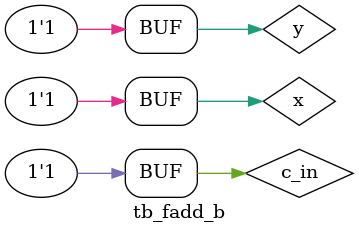
<source format=v>
`timescale 1ns/1ns
module tb_fadd_b();
reg x, y, c_in;
wire s, c_out;

fadd_b u0(.x(x), .y(y), .c_in(c_in), .s(s), .c_out(c_out));

initial
begin
x=0; y=0; c_in=0;
#100; x=0; y=0; c_in=1;
#100; x=0; y=1; c_in=0;
#100; x=0; y=1; c_in=1;
#100; x=1; y=0; c_in=0;
#100; x=1; y=0; c_in=1;
#100; x=1; y=1; c_in=0;
#100; x=1; y=1; c_in=1;
end

endmodule

</source>
